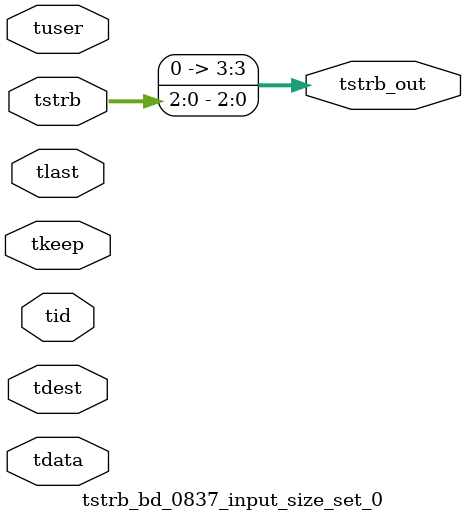
<source format=v>


`timescale 1ps/1ps

module tstrb_bd_0837_input_size_set_0 #
(
parameter C_S_AXIS_TDATA_WIDTH = 32,
parameter C_S_AXIS_TUSER_WIDTH = 0,
parameter C_S_AXIS_TID_WIDTH   = 0,
parameter C_S_AXIS_TDEST_WIDTH = 0,
parameter C_M_AXIS_TDATA_WIDTH = 32
)
(
input  [(C_S_AXIS_TDATA_WIDTH == 0 ? 1 : C_S_AXIS_TDATA_WIDTH)-1:0     ] tdata,
input  [(C_S_AXIS_TUSER_WIDTH == 0 ? 1 : C_S_AXIS_TUSER_WIDTH)-1:0     ] tuser,
input  [(C_S_AXIS_TID_WIDTH   == 0 ? 1 : C_S_AXIS_TID_WIDTH)-1:0       ] tid,
input  [(C_S_AXIS_TDEST_WIDTH == 0 ? 1 : C_S_AXIS_TDEST_WIDTH)-1:0     ] tdest,
input  [(C_S_AXIS_TDATA_WIDTH/8)-1:0 ] tkeep,
input  [(C_S_AXIS_TDATA_WIDTH/8)-1:0 ] tstrb,
input                                                                    tlast,
output [(C_M_AXIS_TDATA_WIDTH/8)-1:0 ] tstrb_out
);

assign tstrb_out = {tstrb[2:0]};

endmodule


</source>
